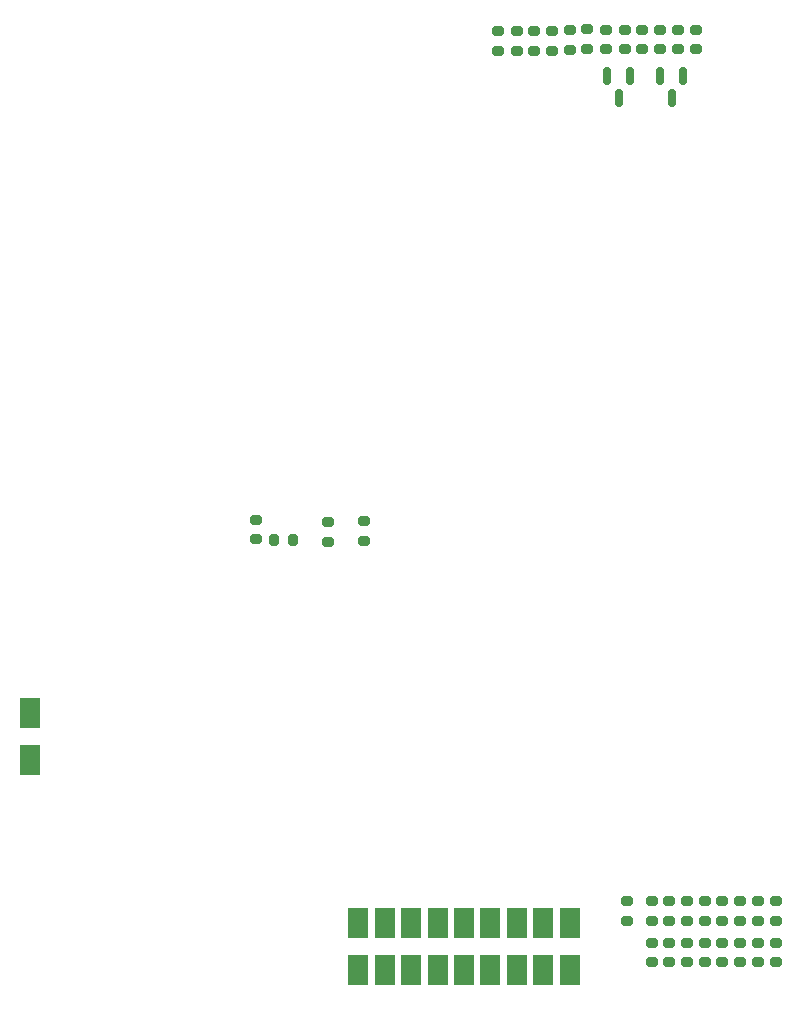
<source format=gbr>
%TF.GenerationSoftware,KiCad,Pcbnew,(6.0.0)*%
%TF.CreationDate,2023-02-05T23:32:21-08:00*%
%TF.ProjectId,Luciebox_v5,4c756369-6562-46f7-985f-76352e6b6963,rev?*%
%TF.SameCoordinates,Original*%
%TF.FileFunction,Paste,Top*%
%TF.FilePolarity,Positive*%
%FSLAX46Y46*%
G04 Gerber Fmt 4.6, Leading zero omitted, Abs format (unit mm)*
G04 Created by KiCad (PCBNEW (6.0.0)) date 2023-02-05 23:32:21*
%MOMM*%
%LPD*%
G01*
G04 APERTURE LIST*
G04 Aperture macros list*
%AMRoundRect*
0 Rectangle with rounded corners*
0 $1 Rounding radius*
0 $2 $3 $4 $5 $6 $7 $8 $9 X,Y pos of 4 corners*
0 Add a 4 corners polygon primitive as box body*
4,1,4,$2,$3,$4,$5,$6,$7,$8,$9,$2,$3,0*
0 Add four circle primitives for the rounded corners*
1,1,$1+$1,$2,$3*
1,1,$1+$1,$4,$5*
1,1,$1+$1,$6,$7*
1,1,$1+$1,$8,$9*
0 Add four rect primitives between the rounded corners*
20,1,$1+$1,$2,$3,$4,$5,0*
20,1,$1+$1,$4,$5,$6,$7,0*
20,1,$1+$1,$6,$7,$8,$9,0*
20,1,$1+$1,$8,$9,$2,$3,0*%
G04 Aperture macros list end*
%ADD10RoundRect,0.200000X-0.275000X0.200000X-0.275000X-0.200000X0.275000X-0.200000X0.275000X0.200000X0*%
%ADD11RoundRect,0.200000X0.275000X-0.200000X0.275000X0.200000X-0.275000X0.200000X-0.275000X-0.200000X0*%
%ADD12R,1.800000X2.500000*%
%ADD13RoundRect,0.150000X-0.150000X0.587500X-0.150000X-0.587500X0.150000X-0.587500X0.150000X0.587500X0*%
%ADD14RoundRect,0.200000X0.200000X0.275000X-0.200000X0.275000X-0.200000X-0.275000X0.200000X-0.275000X0*%
G04 APERTURE END LIST*
D10*
%TO.C,R11*%
X56026800Y-77946000D03*
X56026800Y-79596000D03*
%TD*%
D11*
%TO.C,R13*%
X59026800Y-79596000D03*
X59026800Y-77946000D03*
%TD*%
%TO.C,R5*%
X43100000Y-5950000D03*
X43100000Y-4300000D03*
%TD*%
D12*
%TO.C,D7*%
X34173600Y-79788000D03*
X34173600Y-83788000D03*
%TD*%
%TO.C,D1*%
X47599600Y-79788000D03*
X47599600Y-83788000D03*
%TD*%
%TO.C,D2*%
X45349600Y-79788000D03*
X45349600Y-83788000D03*
%TD*%
%TO.C,D3*%
X43114400Y-79788000D03*
X43114400Y-83788000D03*
%TD*%
D10*
%TO.C,R8*%
X57526800Y-81471000D03*
X57526800Y-83121000D03*
%TD*%
D13*
%TO.C,Q1*%
X52700000Y-8062500D03*
X50800000Y-8062500D03*
X51750000Y-9937500D03*
%TD*%
D11*
%TO.C,C2*%
X27118000Y-47510000D03*
X27118000Y-45860000D03*
%TD*%
%TO.C,R_0_if_no_auto_power_off1*%
X41503600Y-5942600D03*
X41503600Y-4292600D03*
%TD*%
%TO.C,R23*%
X65026800Y-79596000D03*
X65026800Y-77946000D03*
%TD*%
D12*
%TO.C,D5*%
X38644000Y-79788000D03*
X38644000Y-83788000D03*
%TD*%
D10*
%TO.C,R28*%
X55250000Y-4175000D03*
X55250000Y-5825000D03*
%TD*%
%TO.C,R6*%
X54526800Y-81471000D03*
X54526800Y-83121000D03*
%TD*%
D12*
%TO.C,D10*%
X29652400Y-79788000D03*
X29652400Y-83788000D03*
%TD*%
%TO.C,D9*%
X1879600Y-62008000D03*
X1879600Y-66008000D03*
%TD*%
D13*
%TO.C,Q2*%
X57185600Y-8054100D03*
X55285600Y-8054100D03*
X56235600Y-9929100D03*
%TD*%
D10*
%TO.C,R25*%
X52250000Y-4175000D03*
X52250000Y-5825000D03*
%TD*%
%TO.C,R7*%
X56026800Y-81471000D03*
X56026800Y-83121000D03*
%TD*%
%TO.C,R22*%
X63526800Y-77946000D03*
X63526800Y-79596000D03*
%TD*%
D12*
%TO.C,D4*%
X40879200Y-79788000D03*
X40879200Y-83788000D03*
%TD*%
D11*
%TO.C,R_reset_pullup1*%
X52425600Y-79615800D03*
X52425600Y-77965800D03*
%TD*%
D10*
%TO.C,C1*%
X30166000Y-45763000D03*
X30166000Y-47413000D03*
%TD*%
D14*
%TO.C,R19*%
X24193000Y-47360000D03*
X22543000Y-47360000D03*
%TD*%
D10*
%TO.C,R9*%
X59026800Y-81471000D03*
X59026800Y-83121000D03*
%TD*%
D11*
%TO.C,R26*%
X56750000Y-5825000D03*
X56750000Y-4175000D03*
%TD*%
D10*
%TO.C,R17*%
X63526800Y-81471000D03*
X63526800Y-83121000D03*
%TD*%
D11*
%TO.C,R_vcc_protected1*%
X58318400Y-5803400D03*
X58318400Y-4153400D03*
%TD*%
%TO.C,R3*%
X46100000Y-5950000D03*
X46100000Y-4300000D03*
%TD*%
%TO.C,R21*%
X62026800Y-79596000D03*
X62026800Y-77946000D03*
%TD*%
D10*
%TO.C,R16*%
X62026800Y-81471000D03*
X62026800Y-83121000D03*
%TD*%
%TO.C,R_0_if_no_usb_switch1*%
X50675000Y-4175000D03*
X50675000Y-5825000D03*
%TD*%
D11*
%TO.C,R2*%
X47600000Y-5850000D03*
X47600000Y-4200000D03*
%TD*%
D12*
%TO.C,D8*%
X31938400Y-79788000D03*
X31938400Y-83788000D03*
%TD*%
%TO.C,D6*%
X36408800Y-79788000D03*
X36408800Y-83788000D03*
%TD*%
D11*
%TO.C,C3*%
X21082000Y-47307000D03*
X21082000Y-45657000D03*
%TD*%
D10*
%TO.C,R18*%
X65026800Y-81471000D03*
X65026800Y-83121000D03*
%TD*%
D11*
%TO.C,R1*%
X49100000Y-5750000D03*
X49100000Y-4100000D03*
%TD*%
%TO.C,R4*%
X44600000Y-5950000D03*
X44600000Y-4300000D03*
%TD*%
%TO.C,R27*%
X53750000Y-5825000D03*
X53750000Y-4175000D03*
%TD*%
%TO.C,R10*%
X54526800Y-79596000D03*
X54526800Y-77946000D03*
%TD*%
D10*
%TO.C,R15*%
X60526800Y-81471000D03*
X60526800Y-83121000D03*
%TD*%
%TO.C,R20*%
X60526800Y-77946000D03*
X60526800Y-79596000D03*
%TD*%
D11*
%TO.C,R12*%
X57526800Y-79596000D03*
X57526800Y-77946000D03*
%TD*%
M02*

</source>
